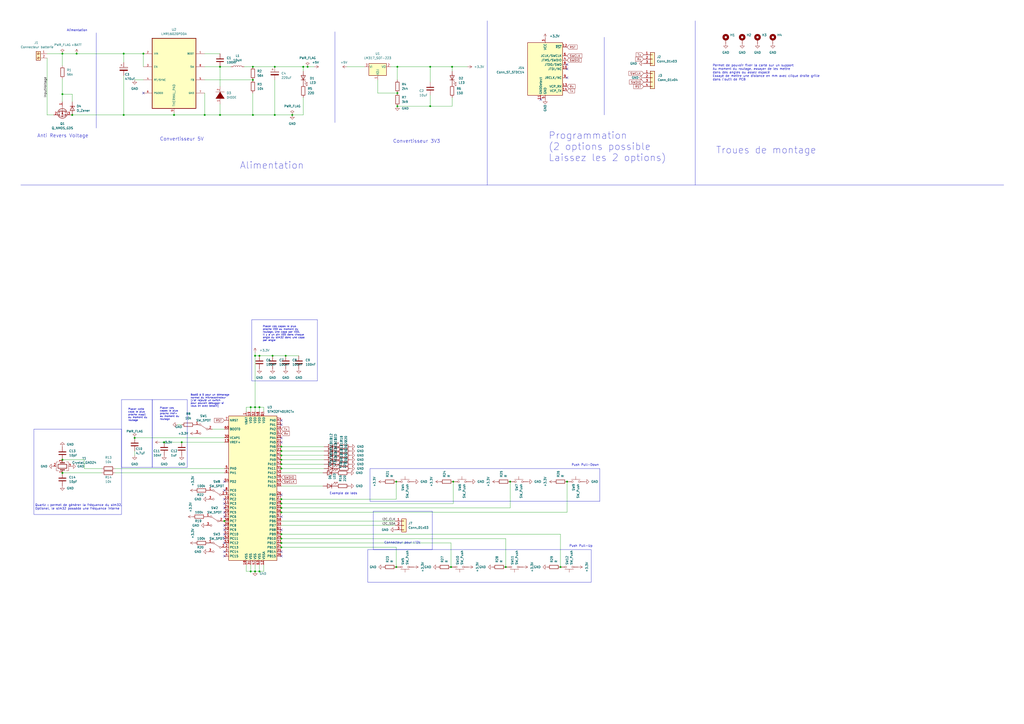
<source format=kicad_sch>
(kicad_sch (version 20230121) (generator eeschema)
  (paper "A2")
  (title_block (title "Carte asservissement") (company "Phelma Robotronik"))
  (lib_symbols
    (symbol "Connector:Conn_ST_STDC14"
      (property "Reference" "J" (at -8.89 16.51 0))
      (property "Value" "Conn_ST_STDC14" (at 17.78 16.51 0))
      (symbol "Conn_ST_STDC14_1_1"
        (pin no_connect line (at -10.16 5.08 0) (length 2.54) hide (name "NC") (number "1"))
        (pin output line (at 12.7 0 180) (length 2.54) (name "JTDI/NC") (number "10"))
        (pin passive line (at -2.54 -17.78 90) (length 2.54) (name "GNDDetect") (number "11"))
        (pin open_collector line (at 12.7 12.7 180) (length 2.54) (name "~{RST}") (number "12"))
        (pin output line (at 12.7 -10.16 180) (length 2.54) (name "VCP_RX") (number "13"))
        (pin input line (at 12.7 -12.7 180) (length 2.54) (name "VCP_TX") (number "14"))
        (pin no_connect line (at -10.16 2.54 0) (length 2.54) hide (name "NC") (number "2"))
        (pin power_in line (at 0 17.78 270) (length 2.54) (name "VCC") (number "3"))
        (pin bidirectional line (at 12.7 5.08 180) (length 2.54) (name "JTMS/SWDIO") (number "4"))
        (pin power_in line (at 0 -17.78 90) (length 2.54) (name "GND") (number "5"))
        (pin output line (at 12.7 7.62 180) (length 2.54) (name "JCLK/SWCLK") (number "6"))
        (pin passive line (at 0 -17.78 90) (length 2.54) hide (name "GND") (number "7"))
        (pin input line (at 12.7 2.54 180) (length 2.54) (name "JTDO/SWO") (number "8"))
        (pin input line (at 12.7 -5.08 180) (length 2.54) (name "JRCLK/NC") (number "9"))
      )
    )
    (symbol "Connector:Screw_Terminal_01x02" (pin_names (offset 1.016) hide)
      (property "Reference" "J" (at 0 2.54 0))
      (property "Value" "Screw_Terminal_01x02" (at 0 -5.08 0))
      (symbol "Screw_Terminal_01x02_1_1"
        (pin passive line (at -5.08 0 0) (length 3.81) (name "Pin_1") (number "1"))
        (pin passive line (at -5.08 -2.54 0) (length 3.81) (name "Pin_2") (number "2"))
      )
    )
    (symbol "Connector_Generic:Conn_01x03" (pin_names (offset 1.016) hide)
      (property "Reference" "J" (at 0 5.08 0))
      (property "Value" "Conn_01x03" (at 0 -5.08 0))
      (symbol "Conn_01x03_1_1"
        (pin passive line (at -5.08 2.54 0) (length 3.81) (name "Pin_1") (number "1"))
        (pin passive line (at -5.08 0 0) (length 3.81) (name "Pin_2") (number "2"))
        (pin passive line (at -5.08 -2.54 0) (length 3.81) (name "Pin_3") (number "3"))
      )
    )
    (symbol "Connector_Generic:Conn_01x04" (pin_names (offset 1.016) hide)
      (property "Reference" "J" (at 0 5.08 0))
      (property "Value" "Conn_01x04" (at 0 -7.62 0))
      (symbol "Conn_01x04_1_1"
        (pin passive line (at -5.08 2.54 0) (length 3.81) (name "Pin_1") (number "1"))
        (pin passive line (at -5.08 0 0) (length 3.81) (name "Pin_2") (number "2"))
        (pin passive line (at -5.08 -2.54 0) (length 3.81) (name "Pin_3") (number "3"))
        (pin passive line (at -5.08 -5.08 0) (length 3.81) (name "Pin_4") (number "4"))
      )
    )
    (symbol "Device:C" (pin_numbers hide) (pin_names (offset 0.254))
      (property "Reference" "C" (at 0.635 2.54 0))
      (property "Value" "C" (at 0.635 -2.54 0))
      (symbol "C_1_1"
        (pin passive line (at 0 3.81 270) (length 2.794) (name "~") (number "1"))
        (pin passive line (at 0 -3.81 90) (length 2.794) (name "~") (number "2"))
      )
    )
    (symbol "Device:C_Polarized" (pin_numbers hide) (pin_names (offset 0.254))
      (property "Reference" "C" (at 0.635 2.54 0))
      (property "Value" "C_Polarized" (at 0.635 -2.54 0))
      (symbol "C_Polarized_1_1"
        (pin passive line (at 0 3.81 270) (length 2.794) (name "~") (number "1"))
        (pin passive line (at 0 -3.81 90) (length 2.794) (name "~") (number "2"))
      )
    )
    (symbol "Device:Crystal_GND24" (pin_names (offset 1.016) hide)
      (property "Reference" "Y" (at 3.175 5.08 0))
      (property "Value" "Crystal_GND24" (at 3.175 3.175 0))
      (symbol "Crystal_GND24_1_1"
        (pin passive line (at -3.81 0 0) (length 1.27) (name "1") (number "1"))
        (pin passive line (at 0 5.08 270) (length 1.27) (name "2") (number "2"))
        (pin passive line (at 3.81 0 180) (length 1.27) (name "3") (number "3"))
        (pin passive line (at 0 -5.08 90) (length 1.27) (name "4") (number "4"))
      )
    )
    (symbol "Device:D_Zener" (pin_numbers hide) (pin_names (offset 1.016) hide)
      (property "Reference" "D" (at 0 2.54 0))
      (property "Value" "D_Zener" (at 0 -2.54 0))
      (symbol "D_Zener_1_1"
        (pin passive line (at -3.81 0 0) (length 2.54) (name "K") (number "1"))
        (pin passive line (at 3.81 0 180) (length 2.54) (name "A") (number "2"))
      )
    )
    (symbol "Device:L" (pin_numbers hide) (pin_names (offset 1.016) hide)
      (property "Reference" "L" (at -1.27 0 90))
      (property "Value" "L" (at 1.905 0 90))
      (symbol "L_1_1"
        (pin passive line (at 0 3.81 270) (length 1.27) (name "1") (number "1"))
        (pin passive line (at 0 -3.81 90) (length 1.27) (name "2") (number "2"))
      )
    )
    (symbol "Device:LED" (pin_numbers hide) (pin_names (offset 1.016) hide)
      (property "Reference" "D" (at 0 2.54 0))
      (property "Value" "LED" (at 0 -2.54 0))
      (symbol "LED_1_1"
        (pin passive line (at -3.81 0 0) (length 2.54) (name "K") (number "1"))
        (pin passive line (at 3.81 0 180) (length 2.54) (name "A") (number "2"))
      )
    )
    (symbol "Device:Q_NMOS_GDS" (pin_names (offset 0) hide)
      (property "Reference" "Q" (at 5.08 1.27 0))
      (property "Value" "Q_NMOS_GDS" (at 5.08 -1.27 0))
      (symbol "Q_NMOS_GDS_1_1"
        (pin input line (at -5.08 0 0) (length 2.54) (name "G") (number "1"))
        (pin passive line (at 2.54 5.08 270) (length 2.54) (name "D") (number "2"))
        (pin passive line (at 2.54 -5.08 90) (length 2.54) (name "S") (number "3"))
      )
    )
    (symbol "Device:R" (pin_numbers hide) (pin_names (offset 0))
      (property "Reference" "R" (at 2.032 0 90))
      (property "Value" "R" (at 0 0 90))
      (symbol "R_1_1"
        (pin passive line (at 0 3.81 270) (length 1.27) (name "~") (number "1"))
        (pin passive line (at 0 -3.81 90) (length 1.27) (name "~") (number "2"))
      )
    )
    (symbol "LMR16020PDDA:LMR16020PDDA" (pin_names (offset 1.016))
      (property "Reference" "U4" (at 0 25.4 0))
      (property "Value" "LMR16020PDDA" (at 0 22.86 0))
      (symbol "LMR16020PDDA_0_0"
        (pin bidirectional line (at 17.78 11.43 180) (length 5.08) (name "BOOT") (number "1"))
        (pin input line (at -17.78 11.43 0) (length 5.08) (name "VIN") (number "2"))
        (pin bidirectional line (at -17.78 3.81 0) (length 5.08) (name "EN") (number "3"))
        (pin bidirectional line (at -17.78 -3.81 0) (length 5.08) (name "RT/SYNC") (number "4"))
        (pin bidirectional line (at 17.78 -3.81 180) (length 5.08) (name "FB") (number "5"))
        (pin bidirectional line (at -17.78 -11.43 0) (length 5.08) (name "PGOOD") (number "6"))
        (pin power_in line (at 17.78 -11.43 180) (length 5.08) (name "GND") (number "7"))
        (pin bidirectional line (at 17.78 3.81 180) (length 5.08) (name "SW") (number "8"))
      )
      (symbol "LMR16020PDDA_1_1"
        (pin bidirectional line (at 0 -22.86 90) (length 2.54) (name "THERMAL_PAD") (number "9"))
      )
    )
    (symbol "MCU_ST_STM32F4:STM32F401RCTx"
      (property "Reference" "U" (at -15.24 41.91 0))
      (property "Value" "STM32F401RCTx" (at 7.62 41.91 0))
      (symbol "STM32F401RCTx_1_1"
        (pin power_in line (at -5.08 43.18 270) (length 2.54) (name "VBAT") (number "1"))
        (pin bidirectional line (at -17.78 -7.62 0) (length 2.54) (name "PC2") (number "10"))
        (pin bidirectional line (at -17.78 -10.16 0) (length 2.54) (name "PC3") (number "11"))
        (pin power_in line (at 5.08 -45.72 90) (length 2.54) (name "VSSA") (number "12"))
        (pin power_in line (at -17.78 25.4 0) (length 2.54) (name "VREF+") (number "13"))
        (pin bidirectional line (at 15.24 38.1 180) (length 2.54) (name "PA0") (number "14"))
        (pin bidirectional line (at 15.24 35.56 180) (length 2.54) (name "PA1") (number "15"))
        (pin bidirectional line (at 15.24 33.02 180) (length 2.54) (name "PA2") (number "16"))
        (pin bidirectional line (at 15.24 30.48 180) (length 2.54) (name "PA3") (number "17"))
        (pin power_in line (at -5.08 -45.72 90) (length 2.54) (name "VSS") (number "18"))
        (pin power_in line (at -2.54 43.18 270) (length 2.54) (name "VDD") (number "19"))
        (pin bidirectional line (at -17.78 -35.56 0) (length 2.54) (name "PC13") (number "2"))
        (pin bidirectional line (at 15.24 27.94 180) (length 2.54) (name "PA4") (number "20"))
        (pin bidirectional line (at 15.24 25.4 180) (length 2.54) (name "PA5") (number "21"))
        (pin bidirectional line (at 15.24 22.86 180) (length 2.54) (name "PA6") (number "22"))
        (pin bidirectional line (at 15.24 20.32 180) (length 2.54) (name "PA7") (number "23"))
        (pin bidirectional line (at -17.78 -12.7 0) (length 2.54) (name "PC4") (number "24"))
        (pin bidirectional line (at -17.78 -15.24 0) (length 2.54) (name "PC5") (number "25"))
        (pin bidirectional line (at 15.24 -5.08 180) (length 2.54) (name "PB0") (number "26"))
        (pin bidirectional line (at 15.24 -7.62 180) (length 2.54) (name "PB1") (number "27"))
        (pin bidirectional line (at 15.24 -10.16 180) (length 2.54) (name "PB2") (number "28"))
        (pin bidirectional line (at 15.24 -30.48 180) (length 2.54) (name "PB10") (number "29"))
        (pin bidirectional line (at -17.78 -38.1 0) (length 2.54) (name "PC14") (number "3"))
        (pin power_in line (at -17.78 27.94 0) (length 2.54) (name "VCAP1") (number "30"))
        (pin power_in line (at -2.54 -45.72 90) (length 2.54) (name "VSS") (number "31"))
        (pin power_in line (at 0 43.18 270) (length 2.54) (name "VDD") (number "32"))
        (pin bidirectional line (at 15.24 -33.02 180) (length 2.54) (name "PB12") (number "33"))
        (pin bidirectional line (at 15.24 -35.56 180) (length 2.54) (name "PB13") (number "34"))
        (pin bidirectional line (at 15.24 -38.1 180) (length 2.54) (name "PB14") (number "35"))
        (pin bidirectional line (at 15.24 -40.64 180) (length 2.54) (name "PB15") (number "36"))
        (pin bidirectional line (at -17.78 -17.78 0) (length 2.54) (name "PC6") (number "37"))
        (pin bidirectional line (at -17.78 -20.32 0) (length 2.54) (name "PC7") (number "38"))
        (pin bidirectional line (at -17.78 -22.86 0) (length 2.54) (name "PC8") (number "39"))
        (pin bidirectional line (at -17.78 -40.64 0) (length 2.54) (name "PC15") (number "4"))
        (pin bidirectional line (at -17.78 -25.4 0) (length 2.54) (name "PC9") (number "40"))
        (pin bidirectional line (at 15.24 17.78 180) (length 2.54) (name "PA8") (number "41"))
        (pin bidirectional line (at 15.24 15.24 180) (length 2.54) (name "PA9") (number "42"))
        (pin bidirectional line (at 15.24 12.7 180) (length 2.54) (name "PA10") (number "43"))
        (pin bidirectional line (at 15.24 10.16 180) (length 2.54) (name "PA11") (number "44"))
        (pin bidirectional line (at 15.24 7.62 180) (length 2.54) (name "PA12") (number "45"))
        (pin bidirectional line (at 15.24 5.08 180) (length 2.54) (name "PA13") (number "46"))
        (pin power_in line (at 0 -45.72 90) (length 2.54) (name "VSS") (number "47"))
        (pin power_in line (at 2.54 43.18 270) (length 2.54) (name "VDD") (number "48"))
        (pin bidirectional line (at 15.24 2.54 180) (length 2.54) (name "PA14") (number "49"))
        (pin input line (at -17.78 10.16 0) (length 2.54) (name "PH0") (number "5"))
        (pin bidirectional line (at 15.24 0 180) (length 2.54) (name "PA15") (number "50"))
        (pin bidirectional line (at -17.78 -27.94 0) (length 2.54) (name "PC10") (number "51"))
        (pin bidirectional line (at -17.78 -30.48 0) (length 2.54) (name "PC11") (number "52"))
        (pin bidirectional line (at -17.78 -33.02 0) (length 2.54) (name "PC12") (number "53"))
        (pin bidirectional line (at -17.78 2.54 0) (length 2.54) (name "PD2") (number "54"))
        (pin bidirectional line (at 15.24 -12.7 180) (length 2.54) (name "PB3") (number "55"))
        (pin bidirectional line (at 15.24 -15.24 180) (length 2.54) (name "PB4") (number "56"))
        (pin bidirectional line (at 15.24 -17.78 180) (length 2.54) (name "PB5") (number "57"))
        (pin bidirectional line (at 15.24 -20.32 180) (length 2.54) (name "PB6") (number "58"))
        (pin bidirectional line (at 15.24 -22.86 180) (length 2.54) (name "PB7") (number "59"))
        (pin input line (at -17.78 7.62 0) (length 2.54) (name "PH1") (number "6"))
        (pin input line (at -17.78 33.02 0) (length 2.54) (name "BOOT0") (number "60"))
        (pin bidirectional line (at 15.24 -25.4 180) (length 2.54) (name "PB8") (number "61"))
        (pin bidirectional line (at 15.24 -27.94 180) (length 2.54) (name "PB9") (number "62"))
        (pin power_in line (at 2.54 -45.72 90) (length 2.54) (name "VSS") (number "63"))
        (pin power_in line (at 5.08 43.18 270) (length 2.54) (name "VDD") (number "64"))
        (pin input line (at -17.78 38.1 0) (length 2.54) (name "NRST") (number "7"))
        (pin bidirectional line (at -17.78 -2.54 0) (length 2.54) (name "PC0") (number "8"))
        (pin bidirectional line (at -17.78 -5.08 0) (length 2.54) (name "PC1") (number "9"))
      )
    )
    (symbol "Mechanical:MountingHole_Pad" (pin_numbers hide) (pin_names (offset 1.016) hide)
      (property "Reference" "H" (at 0 6.35 0))
      (property "Value" "MountingHole_Pad" (at 0 4.445 0))
      (symbol "MountingHole_Pad_1_1"
        (pin input line (at 0 -2.54 90) (length 2.54) (name "1") (number "1"))
      )
    )
    (symbol "Regulator_Linear:LM317_SOT-223" (pin_names (offset 0.254))
      (property "Reference" "U" (at -3.81 3.175 0))
      (property "Value" "LM317_SOT-223" (at 0 3.175 0))
      (symbol "LM317_SOT-223_1_1"
        (pin input line (at 0 -7.62 90) (length 2.54) (name "ADJ") (number "1"))
        (pin power_out line (at 7.62 0 180) (length 2.54) (name "VO") (number "2"))
        (pin power_in line (at -7.62 0 0) (length 2.54) (name "VI") (number "3"))
      )
    )
    (symbol "Switch:SW_Push" (pin_numbers hide) (pin_names (offset 1.016) hide)
      (property "Reference" "SW" (at 1.27 2.54 0))
      (property "Value" "SW_Push" (at 0 -1.524 0))
      (symbol "SW_Push_0_1"
        (pin passive line (at -5.08 0 0) (length 2.54) (name "1") (number "1"))
        (pin passive line (at 5.08 0 180) (length 2.54) (name "2") (number "2"))
      )
    )
    (symbol "Switch:SW_SPDT" (pin_names (offset 0) hide)
      (property "Reference" "SW" (at 0 4.318 0))
      (property "Value" "SW_SPDT" (at 0 -5.08 0))
      (symbol "SW_SPDT_1_1"
        (pin passive line (at 5.08 2.54 180) (length 2.54) (name "A") (number "1"))
        (pin passive line (at -5.08 0 0) (length 2.54) (name "B") (number "2"))
        (pin passive line (at 5.08 -2.54 180) (length 2.54) (name "C") (number "3"))
      )
    )
    (symbol "power:+3.3V" (power) (pin_names (offset 0))
      (property "Value" "+3.3V" (at 0 3.556 0))
      (symbol "+3.3V_1_1"
        (pin power_in line (at 0 0 90) (length 0) hide (name "+3.3V") (number "1"))
      )
    )
    (symbol "power:+5V" (power) (pin_names (offset 0))
      (property "Value" "+5V" (at 0 3.556 0))
      (symbol "+5V_1_1"
        (pin power_in line (at 0 0 90) (length 0) hide (name "+5V") (number "1"))
      )
    )
    (symbol "power:+BATT" (power) (pin_names (offset 0))
      (property "Value" "+BATT" (at 0 3.556 0))
      (symbol "+BATT_1_1"
        (pin power_in line (at 0 0 90) (length 0) hide (name "+BATT") (number "1"))
      )
    )
    (symbol "power:GND" (power) (pin_names (offset 0))
      (property "Value" "GND" (at 0 -3.81 0))
      (symbol "GND_1_1"
        (pin power_in line (at 0 0 270) (length 0) hide (name "GND") (number "1"))
      )
    )
    (symbol "power:PWR_FLAG" (power) (pin_numbers hide) (pin_names (offset 0) hide)
      (property "Value" "PWR_FLAG" (at 0 3.81 0))
      (symbol "PWR_FLAG_0_0"
        (pin power_out line (at 0 0 90) (length 0) (name "pwr") (number "1"))
      )
    )
    (symbol "pspice:DIODE" (pin_names (offset 1.016) hide)
      (property "Reference" "D" (at 0 3.81 0))
      (property "Value" "DIODE" (at 0 -4.445 0))
      (symbol "DIODE_1_1"
        (pin input line (at -5.08 0 0) (length 3.81) (name "K") (number "1"))
        (pin input line (at 5.08 0 180) (length 3.81) (name "A") (number "2"))
      )
    )
  )
  (junction (at 146.685 38.735))
  (junction (at 163.195 289.56))
  (junction (at 71.755 66.675))
  (junction (at 249.555 38.735))
  (junction (at 150.495 206.375))
  (junction (at 230.505 61.595))
  (junction (at 127.635 38.735))
  (junction (at 163.195 261.62))
  (junction (at 163.195 271.78))
  (junction (at 229.87 328.93))
  (junction (at 147.955 206.375))
  (junction (at 127.635 66.675))
  (junction (at 163.195 269.24))
  (junction (at 229.87 279.4))
  (junction (at 262.255 38.735))
  (junction (at 165.735 206.375))
  (junction (at 159.385 66.675))
  (junction (at 163.195 292.1))
  (junction (at 163.195 264.16))
  (junction (at 78.105 254))
  (junction (at 178.435 38.735))
  (junction (at 163.195 309.88))
  (junction (at 36.195 31.115))
  (junction (at 145.415 331.47))
  (junction (at 175.895 38.735))
  (junction (at 163.195 317.5))
  (junction (at 230.505 38.735))
  (junction (at 328.93 279.4))
  (junction (at 163.195 259.08))
  (junction (at 261.62 328.93))
  (junction (at 169.545 66.675))
  (junction (at 95.25 256.54))
  (junction (at 163.195 312.42))
  (junction (at 105.41 256.54))
  (junction (at 230.505 53.975))
  (junction (at 146.685 66.675))
  (junction (at 163.195 314.96))
  (junction (at 163.195 297.18))
  (junction (at 146.685 46.355))
  (junction (at 71.755 31.115))
  (junction (at 83.185 31.115))
  (junction (at 158.115 206.375))
  (junction (at 118.745 66.675))
  (junction (at 262.89 279.4))
  (junction (at 100.965 66.675))
  (junction (at 147.955 331.47))
  (junction (at 41.91 66.675))
  (junction (at 293.37 328.93))
  (junction (at 249.555 61.595))
  (junction (at 163.195 294.64))
  (junction (at 147.955 236.22))
  (junction (at 36.195 274.32))
  (junction (at 150.495 331.47))
  (junction (at 163.195 266.7))
  (junction (at 130.175 302.26))
  (junction (at 159.385 38.735))
  (junction (at 325.12 328.93))
  (junction (at 36.195 266.7))
  (junction (at 150.495 236.22))
  (junction (at 36.195 54.61))
  (junction (at 295.91 279.4))
  (junction (at 145.415 236.22))
  (junction (at 44.45 31.115))
  (no_connect (at 163.195 243.84))
  (no_connect (at 130.175 320.04))
  (no_connect (at 328.93 40.005))
  (no_connect (at 130.175 314.96))
  (no_connect (at 163.195 320.04))
  (no_connect (at 130.175 307.34))
  (no_connect (at 130.175 299.72))
  (no_connect (at 130.175 304.8))
  (no_connect (at 130.175 292.1))
  (no_connect (at 130.175 309.88))
  (no_connect (at 163.195 322.58))
  (no_connect (at 130.175 322.58))
  (no_connect (at 130.175 294.64))
  (no_connect (at 328.93 37.465))
  (no_connect (at 83.185 53.975))
  (no_connect (at 163.195 287.02))
  (no_connect (at 130.175 297.18))
  (no_connect (at 130.175 312.42))
  (no_connect (at 163.195 299.72))
  (no_connect (at 130.175 279.4))
  (no_connect (at 130.175 284.48))
  (no_connect (at 163.195 246.38))
  (no_connect (at 130.175 289.56))
  (no_connect (at 163.195 254))
  (no_connect (at 328.93 45.085))
  (no_connect (at 163.195 256.54))
  (no_connect (at 163.195 307.34))
  (no_connect (at 313.69 57.785))
  (wire (pts (xy 71.755 43.815) (xy 71.755 66.675)))
  (wire (pts (xy 130.175 287.02) (xy 130.81 287.02)))
  (wire (pts (xy 48.895 271.78) (xy 59.055 271.78)))
  (wire (pts (xy 41.91 66.675) (xy 71.755 66.675)))
  (wire (pts (xy 162.56 312.42) (xy 163.195 312.42)))
  (wire (pts (xy 162.56 266.7) (xy 163.195 266.7)))
  (polyline (pts (xy 194.31 71.12) (xy 194.31 18.415)))
  (wire (pts (xy 175.895 66.675) (xy 175.895 56.515)))
  (wire (pts (xy 41.275 66.675) (xy 41.91 66.675)))
  (wire (pts (xy 83.185 31.115) (xy 83.185 38.735)))
  (wire (pts (xy 163.195 261.62) (xy 187.96 261.62)))
  (wire (pts (xy 162.56 297.18) (xy 163.195 297.18)))
  (wire (pts (xy 78.105 254) (xy 130.175 254)))
  (wire (pts (xy 262.255 56.515) (xy 262.255 61.595)))
  (wire (pts (xy 36.195 54.61) (xy 36.195 59.055)))
  (wire (pts (xy 71.755 31.115) (xy 83.185 31.115)))
  (wire (pts (xy 146.685 66.675) (xy 159.385 66.675)))
  (wire (pts (xy 226.695 38.735) (xy 230.505 38.735)))
  (wire (pts (xy 145.415 236.22) (xy 147.955 236.22)))
  (wire (pts (xy 145.415 238.76) (xy 145.415 236.22)))
  (wire (pts (xy 178.435 38.735) (xy 182.245 38.735)))
  (polyline (pts (xy 282.575 12.065) (xy 282.575 107.315)))
  (wire (pts (xy 105.41 256.54) (xy 130.175 256.54)))
  (wire (pts (xy 230.505 38.735) (xy 230.505 46.355)))
  (wire (pts (xy 123.19 248.92) (xy 130.175 248.92)))
  (wire (pts (xy 100.965 66.675) (xy 118.745 66.675)))
  (wire (pts (xy 159.385 46.355) (xy 159.385 66.675)))
  (wire (pts (xy 36.195 31.115) (xy 44.45 31.115)))
  (wire (pts (xy 162.56 261.62) (xy 163.195 261.62)))
  (wire (pts (xy 142.875 236.22) (xy 145.415 236.22)))
  (wire (pts (xy 261.62 314.96) (xy 261.62 328.93)))
  (wire (pts (xy 165.735 206.375) (xy 173.355 206.375)))
  (polyline (pts (xy 55.88 19.05) (xy 55.88 74.295)))
  (wire (pts (xy 146.685 53.975) (xy 146.685 66.675)))
  (wire (pts (xy 162.56 259.08) (xy 163.195 259.08)))
  (wire (pts (xy 27.305 66.675) (xy 31.115 66.675)))
  (wire (pts (xy 150.495 327.66) (xy 150.495 331.47)))
  (wire (pts (xy 295.91 294.64) (xy 295.91 279.4)))
  (wire (pts (xy 92.71 256.54) (xy 95.25 256.54)))
  (wire (pts (xy 163.195 302.26) (xy 229.235 302.26)))
  (wire (pts (xy 142.875 238.76) (xy 142.875 236.22)))
  (wire (pts (xy 147.955 236.22) (xy 147.955 238.76)))
  (wire (pts (xy 147.955 204.47) (xy 147.955 206.375)))
  (wire (pts (xy 142.875 331.47) (xy 145.415 331.47)))
  (wire (pts (xy 95.25 256.54) (xy 105.41 256.54)))
  (wire (pts (xy 127.635 38.735) (xy 133.985 38.735)))
  (wire (pts (xy 145.415 331.47) (xy 147.955 331.47)))
  (wire (pts (xy 159.385 66.675) (xy 169.545 66.675)))
  (wire (pts (xy 118.745 31.115) (xy 127.635 31.115)))
  (wire (pts (xy 249.555 38.735) (xy 249.555 47.625)))
  (wire (pts (xy 262.255 38.735) (xy 271.145 38.735)))
  (wire (pts (xy 118.745 53.975) (xy 118.745 66.675)))
  (polyline (pts (xy 282.575 107.315) (xy 582.295 107.315)))
  (wire (pts (xy 325.12 309.88) (xy 325.12 328.93)))
  (wire (pts (xy 262.255 61.595) (xy 249.555 61.595)))
  (wire (pts (xy 146.685 38.735) (xy 159.385 38.735)))
  (wire (pts (xy 44.45 31.115) (xy 71.755 31.115)))
  (wire (pts (xy 48.895 266.7) (xy 48.895 271.78)))
  (wire (pts (xy 100.965 65.405) (xy 100.965 66.675)))
  (wire (pts (xy 141.605 38.735) (xy 146.685 38.735)))
  (wire (pts (xy 163.195 274.32) (xy 187.325 274.32)))
  (wire (pts (xy 147.955 327.66) (xy 147.955 331.47)))
  (wire (pts (xy 163.195 309.88) (xy 325.12 309.88)))
  (wire (pts (xy 147.955 331.47) (xy 150.495 331.47)))
  (wire (pts (xy 162.56 314.96) (xy 163.195 314.96)))
  (wire (pts (xy 162.56 317.5) (xy 163.195 317.5)))
  (wire (pts (xy 27.305 33.655) (xy 27.305 66.675)))
  (wire (pts (xy 153.035 238.76) (xy 153.035 236.22)))
  (wire (pts (xy 163.195 304.8) (xy 229.235 304.8)))
  (wire (pts (xy 159.385 38.735) (xy 175.895 38.735)))
  (wire (pts (xy 163.195 292.1) (xy 262.89 292.1)))
  (wire (pts (xy 328.93 297.18) (xy 328.93 279.4)))
  (wire (pts (xy 163.195 266.7) (xy 187.96 266.7)))
  (wire (pts (xy 162.56 309.88) (xy 163.195 309.88)))
  (wire (pts (xy 163.195 259.08) (xy 187.96 259.08)))
  (wire (pts (xy 162.56 271.78) (xy 163.195 271.78)))
  (wire (pts (xy 59.055 274.32) (xy 36.195 274.32)))
  (wire (pts (xy 130.175 274.32) (xy 66.675 274.32)))
  (wire (pts (xy 293.37 312.42) (xy 293.37 328.93)))
  (wire (pts (xy 163.195 312.42) (xy 293.37 312.42)))
  (wire (pts (xy 147.955 236.22) (xy 150.495 236.22)))
  (wire (pts (xy 162.56 292.1) (xy 163.195 292.1)))
  (wire (pts (xy 78.105 46.355) (xy 83.185 46.355)))
  (wire (pts (xy 150.495 206.375) (xy 158.115 206.375)))
  (wire (pts (xy 219.075 53.975) (xy 230.505 53.975)))
  (wire (pts (xy 163.195 269.24) (xy 187.96 269.24)))
  (wire (pts (xy 163.195 264.16) (xy 187.96 264.16)))
  (wire (pts (xy 102.87 246.38) (xy 105.41 246.38)))
  (wire (pts (xy 163.195 317.5) (xy 229.87 317.5)))
  (wire (pts (xy 162.56 264.16) (xy 163.195 264.16)))
  (wire (pts (xy 71.755 66.675) (xy 100.965 66.675)))
  (wire (pts (xy 118.745 38.735) (xy 127.635 38.735)))
  (wire (pts (xy 145.415 327.66) (xy 145.415 331.47)))
  (wire (pts (xy 163.195 271.78) (xy 187.96 271.78)))
  (wire (pts (xy 158.115 206.375) (xy 165.735 206.375)))
  (wire (pts (xy 36.195 266.7) (xy 48.895 266.7)))
  (wire (pts (xy 163.195 297.18) (xy 328.93 297.18)))
  (polyline (pts (xy 350.52 21.59) (xy 350.52 66.675)))
  (wire (pts (xy 36.195 54.61) (xy 41.91 54.61)))
  (wire (pts (xy 27.305 31.115) (xy 36.195 31.115)))
  (polyline (pts (xy 403.225 12.065) (xy 403.225 107.315)))
  (wire (pts (xy 262.89 292.1) (xy 262.89 279.4)))
  (wire (pts (xy 147.955 206.375) (xy 147.955 236.22)))
  (polyline (pts (xy 282.575 107.315) (xy 12.065 107.315)))
  (wire (pts (xy 118.745 46.355) (xy 146.685 46.355)))
  (wire (pts (xy 129.54 302.26) (xy 130.175 302.26)))
  (wire (pts (xy 130.175 317.5) (xy 130.81 317.5)))
  (wire (pts (xy 147.955 206.375) (xy 150.495 206.375)))
  (wire (pts (xy 163.195 289.56) (xy 229.87 289.56)))
  (wire (pts (xy 150.495 238.76) (xy 150.495 236.22)))
  (wire (pts (xy 162.56 294.64) (xy 163.195 294.64)))
  (wire (pts (xy 229.87 317.5) (xy 229.87 328.93)))
  (wire (pts (xy 130.175 302.26) (xy 130.81 302.26)))
  (wire (pts (xy 150.495 331.47) (xy 153.035 331.47)))
  (wire (pts (xy 127.635 60.325) (xy 127.635 66.675)))
  (wire (pts (xy 162.56 269.24) (xy 163.195 269.24)))
  (wire (pts (xy 163.195 294.64) (xy 295.91 294.64)))
  (wire (pts (xy 153.035 331.47) (xy 153.035 327.66)))
  (wire (pts (xy 66.675 271.78) (xy 130.175 271.78)))
  (wire (pts (xy 249.555 61.595) (xy 230.505 61.595)))
  (wire (pts (xy 249.555 38.735) (xy 262.255 38.735)))
  (wire (pts (xy 163.195 281.94) (xy 187.325 281.94)))
  (wire (pts (xy 163.195 314.96) (xy 261.62 314.96)))
  (wire (pts (xy 229.87 289.56) (xy 229.87 279.4)))
  (wire (pts (xy 230.505 38.735) (xy 249.555 38.735)))
  (wire (pts (xy 127.635 50.165) (xy 127.635 38.735)))
  (wire (pts (xy 219.075 53.975) (xy 219.075 46.355)))
  (wire (pts (xy 201.295 38.735) (xy 211.455 38.735)))
  (wire (pts (xy 175.895 38.735) (xy 175.895 41.275)))
  (wire (pts (xy 262.255 38.735) (xy 262.255 41.275)))
  (wire (pts (xy 78.105 261.62) (xy 78.105 264.16)))
  (wire (pts (xy 118.745 66.675) (xy 127.635 66.675)))
  (wire (pts (xy 71.755 36.195) (xy 71.755 31.115)))
  (wire (pts (xy 36.195 38.1) (xy 36.195 31.115)))
  (wire (pts (xy 249.555 55.245) (xy 249.555 61.595)))
  (wire (pts (xy 36.195 45.72) (xy 36.195 54.61)))
  (wire (pts (xy 153.035 236.22) (xy 150.495 236.22)))
  (wire (pts (xy 127.635 66.675) (xy 146.685 66.675)))
  (wire (pts (xy 142.875 327.66) (xy 142.875 331.47)))
  (wire (pts (xy 169.545 66.675) (xy 175.895 66.675)))
  (wire (pts (xy 162.56 289.56) (xy 163.195 289.56)))
  (wire (pts (xy 175.895 38.735) (xy 178.435 38.735)))
  (wire (pts (xy 41.91 54.61) (xy 41.91 59.055)))
  (rectangle (start 19.685 248.92) (end 70.485 298.45))
  (rectangle (start 213.36 318.77) (end 342.9 337.82))
  (rectangle (start 216.535 296.545) (end 250.825 318.77))
  (rectangle (start 70.485 231.775) (end 88.265 271.145))
  (rectangle (start 88.265 231.775) (end 108.585 271.145))
  (rectangle (start 146.05 185.42) (end 184.15 220.98))
  (rectangle (start 214.63 271.78) (end 347.98 290.83))
  (text "Placer ces\ncapas le plus\nproche Vref+ \nau moment du\nroutage" (at 92.71 243.84 0) (effects (font (size 1 1)) (justify left bottom)))
  (text "Troues de montage\n" (at 415.29 89.535 0) (effects (font (size 4 4)) (justify left bottom)))
  (text "Anti Revers Voltage" (at 21.59 80.01 0) (effects (font (size 2 2)) (justify left bottom)))
  (text "Exemple de leds" (at 191.135 287.02 0) (effects (font (size 1.27 1.27)) (justify left bottom)))
  (text "Placer ces capas le plus\nproche VDD au moment du\nroutage. Une capa par VDD.\nIl y a un pin VDD dans chaque \nangle du stm32 donc une capa \npar angle" (at 152.4 198.12 0) (effects (font (size 1 1)) (justify left bottom)))
  (text "Alimentation " (at 139.065 98.425 0) (effects (font (size 4 4)) (justify left bottom)))
  (text "Push Pull-Up" (at 330.2 317.5 0) (effects (font (size 1.27 1.27)) (justify left bottom)))
  (text "Convertisseur 3V3" (at 227.965 83.185 0) (effects (font (size 2 2)) (justify left bottom)))
  (text "Boot0 à 0 pour un démarage\nnormal du microcontroleur\n[J'ai rajouté un switch \npour pouvoir débugger si\nvous en avez besoin]" (at 110.49 236.22 0) (effects (font (size 1 1)) (justify left bottom)))
  (text "Connecteur pour l'i2c" (at 222.885 315.595 0) (effects (font (size 1.27 1.27)) (justify left bottom)))
  (text "Permet de pouvoir fixer la carte sur un support\nAu moment du routage, essayer de les mettre \ndans des angles ou assez espacé\nEssayé de mettre une distance en mm avec clique droite grille\ndans l'outil de PCB" (at 413.385 46.99 0) (effects (font (size 1.27 1.27)) (justify left bottom)))
  (text "Placer cette\ncapa le plus\nproche vcap1 \nau moment du\nroutage" (at 74.295 244.475 0) (effects (font (size 1 1)) (justify left bottom)))
  (text "Quartz : permet de générer la fréquence du stm32. \nOptionel, le stm32 possède une fréquence interne" (at 20.32 295.91 0) (effects (font (size 1.27 1.27)) (justify left bottom)))
  (text "Programmation \n(2 options possible \nLaissez les 2 options)" (at 318.135 93.98 0) (effects (font (size 4 4)) (justify left bottom)))
  (text "Convertisseur 5V" (at 92.71 81.915 0) (effects (font (size 2 2)) (justify left bottom)))
  (text "Push Pull-Down" (at 331.47 270.51 0) (effects (font (size 1.27 1.27)) (justify left bottom)))
  (text "Alimentation " (at 38.735 18.415 0) (effects (font (size 1.27 1.27)) (justify left bottom)))
  (label "I2C_SDA" (at 221.615 304.8 0))
  (label "I2C_CLK" (at 221.615 302.26 0))
  (label "InputVoltage" (at 27.305 56.515 90))
  (global_label "SWDIO" (shape input) (at 328.93 34.925 0) (property "Intersheetrefs" "${INTERSHEET_REFS}" (effects hide)))
  (global_label "RST" (shape input) (at 373.38 50.165 180) (property "Intersheetrefs" "${INTERSHEET_REFS}" (effects hide)))
  (global_label "SWCLK" (shape input) (at 163.195 279.4 0) (property "Intersheetrefs" "${INTERSHEET_REFS}" (effects hide)))
  (global_label "Tx" (shape input) (at 163.195 248.92 0) (property "Intersheetrefs" "${INTERSHEET_REFS}" (effects hide)))
  (global_label "Tx" (shape input) (at 373.38 31.75 180) (property "Intersheetrefs" "${INTERSHEET_REFS}" (effects hide)))
  (global_label "SWCLK" (shape input) (at 328.93 32.385 0) (property "Intersheetrefs" "${INTERSHEET_REFS}" (effects hide)))
  (global_label "Rx" (shape input) (at 328.93 50.165 0) (property "Intersheetrefs" "${INTERSHEET_REFS}" (effects hide)))
  (global_label "SWDIO" (shape input) (at 163.195 276.86 0) (property "Intersheetrefs" "${INTERSHEET_REFS}" (effects hide)))
  (global_label "RST" (shape input) (at 328.93 27.305 0) (property "Intersheetrefs" "${INTERSHEET_REFS}" (effects hide)))
  (global_label "SWDIO" (shape input) (at 373.38 47.625 180) (property "Intersheetrefs" "${INTERSHEET_REFS}" (effects hide)))
  (global_label "SWCLK" (shape input) (at 373.38 42.545 180) (property "Intersheetrefs" "${INTERSHEET_REFS}" (effects hide)))
  (global_label "RST" (shape input) (at 130.175 243.84 180) (property "Intersheetrefs" "${INTERSHEET_REFS}" (effects hide)))
  (global_label "Tx" (shape input) (at 328.93 52.705 0) (property "Intersheetrefs" "${INTERSHEET_REFS}" (effects hide)))
  (global_label "Rx" (shape input) (at 163.195 251.46 0) (property "Intersheetrefs" "${INTERSHEET_REFS}" (effects hide)))
  (global_label "Rx" (shape input) (at 373.38 34.29 180) (property "Intersheetrefs" "${INTERSHEET_REFS}" (effects hide)))
  (symbol (lib_id "power:+3.3V") (at 147.955 204.47 0) (unit 1)
    (property "Reference" "#PWR08" (effects hide))
    (property "Value" "+3.3V" (at 150.495 203.1999 0) (effects (justify left)))
  )
  (symbol (lib_id "Connector_Generic:Conn_01x03") (at 234.315 304.8 0) (unit 1)
    (property "Reference" "J7" (at 236.855 303.5299 0) (effects (justify left)))
    (property "Value" "Conn_01x03" (at 236.855 306.0699 0) (effects (justify left)))
    (property "Footprint" "Connector_JST:JST_XH_B3B-XH-A_1x03_P2.50mm_Vertical" (effects hide))
  )
  (symbol (lib_id "Device:C") (at 249.555 51.435 0) (unit 1)
    (property "Reference" "C2" (at 243.205 52.705 0) (effects (justify left)))
    (property "Value" "10uF" (at 243.205 55.245 0) (effects (justify left)))
    (property "Footprint" "Capacitor_SMD:C_0805_2012Metric_Pad1.18x1.45mm_HandSolder" (effects hide))
  )
  (symbol (lib_id "power:GND") (at 165.735 213.995 0) (unit 1)
    (property "Reference" "#PWR011" (effects hide))
    (property "Value" "GND" (at 165.735 219.075 0))
  )
  (symbol (lib_id "power:GND") (at 202.565 281.94 90) (unit 1)
    (property "Reference" "#PWR029" (effects hide))
    (property "Value" "GND" (at 206.375 281.9399 90) (effects (justify right)))
  )
  (symbol (lib_id "Device:R") (at 115.57 299.72 90) (unit 1)
    (property "Reference" "R19" (at 113.03 302.26 90) (effects (justify right)))
    (property "Value" "100k" (at 113.03 297.18 90) (effects (justify right)))
  )
  (symbol (lib_id "Device:R") (at 62.865 271.78 90) (unit 1)
    (property "Reference" "R13" (at 62.865 265.43 90))
    (property "Value" "10k" (at 62.865 267.97 90))
    (property "Footprint" "Resistor_SMD:R_0805_2012Metric_Pad1.20x1.40mm_HandSolder" (effects hide))
  )
  (symbol (lib_id "Device:R") (at 198.755 281.94 90) (unit 1)
    (property "Reference" "R16" (at 197.4849 279.4 0) (effects (justify left)))
    (property "Value" "220" (at 200.0249 279.4 0) (effects (justify left)))
    (property "Footprint" "Resistor_SMD:R_0805_2012Metric_Pad1.20x1.40mm_HandSolder" (effects hide))
  )
  (symbol (lib_id "power:+3.3V") (at 92.71 256.54 90) (unit 1)
    (property "Reference" "#PWR018" (effects hide))
    (property "Value" "+3.3V" (at 93.98 256.5399 90) (effects (justify right)))
  )
  (symbol (lib_id "Device:R") (at 226.06 328.93 90) (unit 1)
    (property "Reference" "R23" (at 224.79 326.39 0) (effects (justify left)))
    (property "Value" "R" (at 227.33 326.39 0) (effects (justify left)))
  )
  (symbol (lib_id "power:GND") (at 439.42 25.4 0) (unit 1)
    (property "Reference" "#PWR027" (effects hide))
    (property "Value" "GND" (at 439.42 30.48 0))
  )
  (symbol (lib_id "power:GND") (at 229.235 307.34 270) (unit 1)
    (property "Reference" "#PWR033" (effects hide))
    (property "Value" "GND" (at 225.425 307.3399 90) (effects (justify right)))
  )
  (symbol (lib_id "power:GND") (at 254 328.93 270) (unit 1)
    (property "Reference" "#PWR057" (effects hide))
    (property "Value" "GND" (at 250.19 328.93 90) (effects (justify right)))
  )
  (symbol (lib_id "power:PWR_FLAG") (at 36.195 31.115 0) (unit 1)
    (property "Reference" "#FLG01" (effects hide))
    (property "Value" "PWR_FLAG" (at 36.195 26.035 0))
  )
  (symbol (lib_id "Device:C") (at 105.41 260.35 0) (unit 1)
    (property "Reference" "C12" (at 99.06 261.62 0) (effects (justify left)))
    (property "Value" "1uF" (at 99.06 264.16 0) (effects (justify left)))
    (property "Footprint" "Capacitor_SMD:C_0805_2012Metric_Pad1.18x1.45mm_HandSolder" (effects hide))
  )
  (symbol (lib_id "power:GND") (at 105.41 264.16 0) (unit 1)
    (property "Reference" "#PWR021" (effects hide))
    (property "Value" "GND" (at 105.41 269.24 0))
  )
  (symbol (lib_id "Device:C") (at 165.735 210.185 0) (unit 1)
    (property "Reference" "C8" (at 169.545 208.9149 0) (effects (justify left)))
    (property "Value" "100nF" (at 169.545 211.4549 0) (effects (justify left)))
    (property "Footprint" "Capacitor_SMD:C_0805_2012Metric_Pad1.18x1.45mm_HandSolder" (effects hide))
  )
  (symbol (lib_id "power:+3.3V") (at 113.03 314.96 90) (unit 1)
    (property "Reference" "#PWR042" (effects hide))
    (property "Value" "+3.3V" (at 111.7599 312.42 0) (effects (justify left)))
  )
  (symbol (lib_id "power:GND") (at 203.2 264.16 90) (unit 1)
    (property "Reference" "#PWR036" (effects hide))
    (property "Value" "GND" (at 207.01 264.1599 90) (effects (justify right)))
  )
  (symbol (lib_id "power:GND") (at 373.38 45.085 270) (unit 1)
    (property "Reference" "#PWR014" (effects hide))
    (property "Value" "GND" (at 366.395 45.085 90) (effects (justify left)))
  )
  (symbol (lib_id "power:GND") (at 78.105 264.16 0) (unit 1)
    (property "Reference" "#PWR023" (effects hide))
    (property "Value" "GND" (at 78.105 269.24 0))
  )
  (symbol (lib_id "Mechanical:MountingHole_Pad") (at 448.31 22.86 0) (unit 1)
    (property "Reference" "H4" (at 450.85 20.3199 0) (effects (justify left)))
    (property "Value" "MountingHole_Pad" (effects hide))
    (property "Footprint" "MountingHole:MountingHole_3.2mm_M3_Pad_Via" (effects hide))
  )
  (symbol (lib_id "Switch:SW_SPDT") (at 125.73 317.5 0) (mirror y) (unit 1)
    (property "Reference" "SW3" (at 125.73 309.88 0))
    (property "Value" "SW_SPDT" (at 125.73 312.42 0))
  )
  (symbol (lib_id "Device:LED") (at 191.135 281.94 180) (unit 1)
    (property "Reference" "D6" (at 191.4524 278.13 90) (effects (justify right)))
    (property "Value" "LED" (at 193.9924 278.13 90) (effects (justify right)))
    (property "Footprint" "LED_SMD:LED_0805_2012Metric_Pad1.15x1.40mm_HandSolder" (effects hide))
  )
  (symbol (lib_id "Device:L") (at 137.795 38.735 90) (unit 1)
    (property "Reference" "L1" (at 137.795 32.385 90))
    (property "Value" "10uH" (at 137.795 34.925 90))
    (property "Footprint" "IHLP2525CZER100M01:IND_IHLP_2525_CZ-M" (effects hide))
  )
  (symbol (lib_id "power:GND") (at 448.31 25.4 0) (unit 1)
    (property "Reference" "#PWR030" (effects hide))
    (property "Value" "GND" (at 448.31 30.48 0))
  )
  (symbol (lib_id "Device:R") (at 36.195 41.91 0) (unit 1)
    (property "Reference" "R1" (at 38.735 40.6399 0) (effects (justify left)))
    (property "Value" "56k" (at 38.735 43.1799 0) (effects (justify left)))
    (property "Footprint" "Resistor_SMD:R_0805_2012Metric_Pad1.20x1.40mm_HandSolder" (effects hide))
  )
  (symbol (lib_id "Device:R") (at 62.865 274.32 90) (unit 1)
    (property "Reference" "R14" (at 62.865 276.86 90))
    (property "Value" "10k" (at 62.865 279.4 90))
    (property "Footprint" "Resistor_SMD:R_0805_2012Metric_Pad1.20x1.40mm_HandSolder" (effects hide))
  )
  (symbol (lib_id "power:GND") (at 203.2 269.24 90) (unit 1)
    (property "Reference" "#PWR034" (effects hide))
    (property "Value" "GND" (at 207.01 269.2399 90) (effects (justify right)))
  )
  (symbol (lib_id "Device:LED") (at 191.77 269.24 180) (unit 1)
    (property "Reference" "D8" (at 192.0874 265.43 90) (effects (justify right)))
    (property "Value" "LED" (at 194.6274 265.43 90) (effects (justify right)))
    (property "Footprint" "LED_SMD:LED_0805_2012Metric_Pad1.15x1.40mm_HandSolder" (effects hide))
  )
  (symbol (lib_id "Device:C") (at 150.495 210.185 0) (unit 1)
    (property "Reference" "C6" (at 154.305 208.9149 0) (effects (justify left)))
    (property "Value" "100nF" (at 154.305 211.4549 0) (effects (justify left)))
    (property "Footprint" "Capacitor_SMD:C_0805_2012Metric_Pad1.18x1.45mm_HandSolder" (effects hide))
  )
  (symbol (lib_id "Device:C") (at 127.635 34.925 0) (unit 1)
    (property "Reference" "C1" (at 131.445 33.6549 0) (effects (justify left)))
    (property "Value" "100nF" (at 131.445 36.1949 0) (effects (justify left)))
    (property "Footprint" "Capacitor_SMD:C_0805_2012Metric_Pad1.18x1.45mm_HandSolder" (effects hide))
  )
  (symbol (lib_id "Device:R") (at 199.39 261.62 90) (unit 1)
    (property "Reference" "R17" (at 198.1199 259.08 0) (effects (justify left)))
    (property "Value" "220" (at 200.6599 259.08 0) (effects (justify left)))
    (property "Footprint" "Resistor_SMD:R_0805_2012Metric_Pad1.20x1.40mm_HandSolder" (effects hide))
  )
  (symbol (lib_id "power:+3.3V") (at 316.23 22.225 0) (unit 1)
    (property "Reference" "#PWR043" (effects hide))
    (property "Value" "+3.3V" (at 318.77 20.9549 0) (effects (justify left)))
  )
  (symbol (lib_id "Device:Crystal_GND24") (at 36.195 270.51 90) (unit 1)
    (property "Reference" "Y1" (at 48.895 265.811 90))
    (property "Value" "Crystal_GND24" (at 48.895 268.351 90))
    (property "Footprint" "Crystal:Crystal_SMD_2520-4Pin_2.5x2.0mm" (effects hide))
  )
  (symbol (lib_id "Device:LED") (at 191.77 259.08 180) (unit 1)
    (property "Reference" "D12" (at 192.0874 255.27 90) (effects (justify right)))
    (property "Value" "LED" (at 194.6274 255.27 90) (effects (justify right)))
    (property "Footprint" "LED_SMD:LED_0805_2012Metric_Pad1.15x1.40mm_HandSolder" (effects hide))
  )
  (symbol (lib_id "power:+3.3V") (at 240.03 328.93 270) (unit 1)
    (property "Reference" "#PWR049" (effects hide))
    (property "Value" "+3.3V" (at 245.11 328.93 0))
  )
  (symbol (lib_id "Device:D_Zener") (at 41.91 62.865 270) (unit 1)
    (property "Reference" "D4" (at 44.45 61.5949 90) (effects (justify left)))
    (property "Value" "D_Zener" (at 44.45 64.1349 90) (effects (justify left)))
    (property "Footprint" "Diode_SMD:D_SOD-123" (effects hide))
  )
  (symbol (lib_id "power:+3.3V") (at 113.03 251.46 90) (unit 1)
    (property "Reference" "#PWR032" (effects hide))
    (property "Value" "+3.3V" (at 109.22 251.46 90) (effects (justify left)))
  )
  (symbol (lib_id "power:GND") (at 285.75 328.93 270) (unit 1)
    (property "Reference" "#PWR059" (effects hide))
    (property "Value" "GND" (at 281.94 328.93 90) (effects (justify right)))
  )
  (symbol (lib_id "Device:R") (at 199.39 266.7 90) (unit 1)
    (property "Reference" "R11" (at 198.1199 264.16 0) (effects (justify left)))
    (property "Value" "220" (at 200.6599 264.16 0) (effects (justify left)))
    (property "Footprint" "Resistor_SMD:R_0805_2012Metric_Pad1.20x1.40mm_HandSolder" (effects hide))
  )
  (symbol (lib_id "power:GND") (at 120.65 320.04 270) (unit 1)
    (property "Reference" "#PWR044" (effects hide))
    (property "Value" "GND" (at 116.84 320.04 90) (effects (justify right)))
  )
  (symbol (lib_id "power:GND") (at 421.005 25.4 0) (unit 1)
    (property "Reference" "#PWR016" (effects hide))
    (property "Value" "GND" (at 421.005 30.48 0))
  )
  (symbol (lib_id "power:GND") (at 95.25 264.16 0) (unit 1)
    (property "Reference" "#PWR020" (effects hide))
    (property "Value" "GND" (at 95.25 269.24 0))
  )
  (symbol (lib_id "Device:R") (at 199.39 264.16 90) (unit 1)
    (property "Reference" "R12" (at 198.1199 261.62 0) (effects (justify left)))
    (property "Value" "220" (at 200.6599 261.62 0) (effects (justify left)))
    (property "Footprint" "Resistor_SMD:R_0805_2012Metric_Pad1.20x1.40mm_HandSolder" (effects hide))
  )
  (symbol (lib_id "Device:R") (at 226.06 279.4 90) (unit 1)
    (property "Reference" "R21" (at 224.79 276.86 0) (effects (justify left)))
    (property "Value" "R" (at 227.33 276.86 0) (effects (justify left)))
  )
  (symbol (lib_id "Device:LED") (at 191.135 274.32 180) (unit 1)
    (property "Reference" "D5" (at 191.4524 270.51 90) (effects (justify right)))
    (property "Value" "LED" (at 193.9924 270.51 90) (effects (justify right)))
    (property "Footprint" "LED_SMD:LED_0805_2012Metric_Pad1.15x1.40mm_HandSolder" (effects hide))
  )
  (symbol (lib_id "Device:Q_NMOS_GDS") (at 36.195 64.135 90) (mirror x) (unit 1)
    (property "Reference" "Q1" (at 36.195 71.755 90))
    (property "Value" "Q_NMOS_GDS" (at 36.195 74.295 90))
    (property "Footprint" "Package_TO_SOT_SMD:TO-252-2" (effects hide))
  )
  (symbol (lib_id "Switch:SW_Push") (at 267.97 279.4 0) (mirror y) (unit 1)
    (property "Reference" "SW6" (at 266.7 280.67 90) (effects (justify right)))
    (property "Value" "SW_Push" (at 269.24 280.67 90) (effects (justify right)))
  )
  (symbol (lib_id "power:PWR_FLAG") (at 169.545 66.675 0) (unit 1)
    (property "Reference" "#FLG03" (effects hide))
    (property "Value" "PWR_FLAG" (at 169.545 61.595 0))
  )
  (symbol (lib_id "Device:R") (at 116.84 314.96 90) (unit 1)
    (property "Reference" "R20" (at 114.3 317.5 90) (effects (justify right)))
    (property "Value" "100k" (at 114.3 312.42 90) (effects (justify right)))
  )
  (symbol (lib_id "power:GND") (at 430.53 25.4 0) (unit 1)
    (property "Reference" "#PWR022" (effects hide))
    (property "Value" "GND" (at 430.53 30.48 0))
  )
  (symbol (lib_id "Device:C") (at 173.355 210.185 0) (unit 1)
    (property "Reference" "C9" (at 177.165 208.9149 0) (effects (justify left)))
    (property "Value" "100nF" (at 177.165 211.4549 0) (effects (justify left)))
    (property "Footprint" "Capacitor_SMD:C_0805_2012Metric_Pad1.18x1.45mm_HandSolder" (effects hide))
  )
  (symbol (lib_id "power:GND") (at 273.05 279.4 90) (unit 1)
    (property "Reference" "#PWR052" (effects hide))
    (property "Value" "GND" (at 276.86 279.4 90) (effects (justify right)))
  )
  (symbol (lib_id "Regulator_Linear:LM317_SOT-223") (at 219.075 38.735 0) (unit 1)
    (property "Reference" "U1" (at 219.075 31.115 0))
    (property "Value" "LM317_SOT-223" (at 219.075 33.655 0))
    (property "Footprint" "Package_TO_SOT_SMD:SOT-223-3_TabPin2" (effects hide))
    (property "Datasheet" "http://www.ti.com/lit/ds/symlink/lm317.pdf" (effects hide))
  )
  (symbol (lib_id "power:GND") (at 119.38 304.8 270) (unit 1)
    (property "Reference" "#PWR041" (effects hide))
    (property "Value" "GND" (at 115.57 304.8 90) (effects (justify right)))
  )
  (symbol (lib_id "Switch:SW_SPDT") (at 125.73 287.02 0) (mirror y) (unit 1)
    (property "Reference" "SW8" (at 125.73 279.4 0))
    (property "Value" "SW_SPDT" (at 125.73 281.94 0))
  )
  (symbol (lib_id "Device:R") (at 146.685 42.545 0) (unit 1)
    (property "Reference" "R2" (at 149.225 41.2749 0) (effects (justify left)))
    (property "Value" "56k" (at 149.225 43.8149 0) (effects (justify left)))
    (property "Footprint" "Resistor_SMD:R_0805_2012Metric_Pad1.20x1.40mm_HandSolder" (effects hide))
  )
  (symbol (lib_id "Device:LED") (at 191.77 264.16 180) (unit 1)
    (property "Reference" "D10" (at 192.0874 260.35 90) (effects (justify right)))
    (property "Value" "LED" (at 194.6274 260.35 90) (effects (justify right)))
    (property "Footprint" "LED_SMD:LED_0805_2012Metric_Pad1.15x1.40mm_HandSolder" (effects hide))
  )
  (symbol (lib_id "power:GND") (at 306.07 279.4 90) (unit 1)
    (property "Reference" "#PWR054" (effects hide))
    (property "Value" "GND" (at 309.88 279.4 90) (effects (justify right)))
  )
  (symbol (lib_id "power:GND") (at 230.505 61.595 0) (unit 1)
    (property "Reference" "#PWR06" (effects hide))
    (property "Value" "GND" (at 233.045 62.8649 0) (effects (justify left)))
  )
  (symbol (lib_id "power:PWR_FLAG") (at 178.435 38.735 0) (unit 1)
    (property "Reference" "#FLG02" (effects hide))
    (property "Value" "PWR_FLAG" (at 178.435 33.655 0))
  )
  (symbol (lib_id "Device:R") (at 230.505 57.785 0) (unit 1)
    (property "Reference" "R7" (at 233.045 56.5149 0) (effects (justify left)))
    (property "Value" "3k9" (at 233.045 59.0549 0) (effects (justify left)))
    (property "Footprint" "Resistor_SMD:R_0805_2012Metric_Pad1.20x1.40mm_HandSolder" (effects hide))
  )
  (symbol (lib_id "Device:R") (at 198.755 274.32 90) (unit 1)
    (property "Reference" "R15" (at 197.4849 271.78 0) (effects (justify left)))
    (property "Value" "220" (at 200.0249 271.78 0) (effects (justify left)))
    (property "Footprint" "Resistor_SMD:R_0805_2012Metric_Pad1.20x1.40mm_HandSolder" (effects hide))
  )
  (symbol (lib_id "Switch:SW_Push") (at 234.95 279.4 0) (mirror y) (unit 1)
    (property "Reference" "SW4" (at 233.68 280.67 90) (effects (justify right)))
    (property "Value" "SW_Push" (at 236.22 280.67 90) (effects (justify right)))
  )
  (symbol (lib_id "Device:C") (at 95.25 260.35 0) (unit 1)
    (property "Reference" "C11" (at 88.9 261.62 0) (effects (justify left)))
    (property "Value" "10nF" (at 88.9 264.16 0) (effects (justify left)))
    (property "Footprint" "Capacitor_SMD:C_0805_2012Metric_Pad1.18x1.45mm_HandSolder" (effects hide))
  )
  (symbol (lib_id "power:GND") (at 203.2 259.08 90) (unit 1)
    (property "Reference" "#PWR039" (effects hide))
    (property "Value" "GND" (at 207.01 259.0799 90) (effects (justify right)))
  )
  (symbol (lib_id "Connector:Conn_ST_STDC14") (at 316.23 40.005 0) (unit 1)
    (property "Reference" "J14" (at 304.165 39.37 0) (effects (justify right)))
    (property "Value" "Conn_ST_STDC14" (at 304.165 41.91 0) (effects (justify right)))
    (property "Footprint" "FTSH-107-01-L-DV-K-A:SAMTEC_FTSH-107-01-L-DV-K-A" (effects hide))
    (property "Datasheet" "https://www.st.com/content/ccc/resource/technical/document/user_manual/group1/99/49/91/b6/b2/3a/46/e5/DM00526767/files/DM00526767.pdf/jcr:content/translations/en.DM00526767.pdf" (effects hide))
  )
  (symbol (lib_id "power:+3.3V") (at 335.28 328.93 270) (unit 1)
    (property "Reference" "#PWR062" (effects hide))
    (property "Value" "+3.3V" (at 340.36 328.93 0))
  )
  (symbol (lib_id "Device:LED") (at 191.77 266.7 180) (unit 1)
    (property "Reference" "D9" (at 192.0874 262.89 90) (effects (justify right)))
    (property "Value" "LED" (at 194.6274 262.89 90) (effects (justify right)))
    (property "Footprint" "LED_SMD:LED_0805_2012Metric_Pad1.15x1.40mm_HandSolder" (effects hide))
  )
  (symbol (lib_id "Device:R") (at 146.685 50.165 0) (unit 1)
    (property "Reference" "R3" (at 149.225 48.8949 0) (effects (justify left)))
    (property "Value" "10k" (at 149.225 51.4349 0) (effects (justify left)))
    (property "Footprint" "Resistor_SMD:R_0805_2012Metric_Pad1.20x1.40mm_HandSolder" (effects hide))
  )
  (symbol (lib_id "Switch:SW_Push") (at 330.2 328.93 180) (unit 1)
    (property "Reference" "SW12" (at 328.93 327.66 90) (effects (justify right)))
    (property "Value" "SW_Push" (at 331.47 327.66 90) (effects (justify right)))
  )
  (symbol (lib_id "power:PWR_FLAG") (at 78.105 254 0) (unit 1)
    (property "Reference" "#FLG04" (effects hide))
    (property "Value" "PWR_FLAG" (at 78.105 250.19 0))
  )
  (symbol (lib_id "Mechanical:MountingHole_Pad") (at 439.42 22.86 0) (unit 1)
    (property "Reference" "H3" (at 441.96 20.3199 0) (effects (justify left)))
    (property "Value" "MountingHole_Pad" (effects hide))
    (property "Footprint" "MountingHole:MountingHole_3.2mm_M3_Pad_Via" (effects hide))
  )
  (symbol (lib_id "Device:R") (at 199.39 259.08 90) (unit 1)
    (property "Reference" "R18" (at 198.1199 256.54 0) (effects (justify left)))
    (property "Value" "220" (at 200.6599 256.54 0) (effects (justify left)))
    (property "Footprint" "Resistor_SMD:R_0805_2012Metric_Pad1.20x1.40mm_HandSolder" (effects hide))
  )
  (symbol (lib_id "power:GND") (at 158.115 213.995 0) (unit 1)
    (property "Reference" "#PWR010" (effects hide))
    (property "Value" "GND" (at 158.115 219.075 0))
  )
  (symbol (lib_id "power:GND") (at 31.115 270.51 270) (unit 1)
    (property "Reference" "#PWR024" (effects hide))
    (property "Value" "GND" (at 23.495 270.51 90) (effects (justify left)))
  )
  (symbol (lib_id "Mechanical:MountingHole_Pad") (at 430.53 22.86 0) (unit 1)
    (property "Reference" "H2" (at 433.07 20.3199 0) (effects (justify left)))
    (property "Value" "MountingHole_Pad" (effects hide))
    (property "Footprint" "MountingHole:MountingHole_3.2mm_M3_Pad_Via" (effects hide))
  )
  (symbol (lib_id "power:GND") (at 339.09 279.4 90) (unit 1)
    (property "Reference" "#PWR056" (effects hide))
    (property "Value" "GND" (at 342.9 279.4 90) (effects (justify right)))
  )
  (symbol (lib_id "Device:LED") (at 191.77 261.62 180) (unit 1)
    (property "Reference" "D11" (at 192.0874 257.81 90) (effects (justify right)))
    (property "Value" "LED" (at 194.6274 257.81 90) (effects (justify right)))
    (property "Footprint" "LED_SMD:LED_0805_2012Metric_Pad1.15x1.40mm_HandSolder" (effects hide))
  )
  (symbol (lib_id "Device:C_Polarized") (at 159.385 42.545 0) (unit 1)
    (property "Reference" "C4" (at 163.195 42.545 0) (effects (justify left)))
    (property "Value" "220uF" (at 163.195 45.085 0) (effects (justify left)))
    (property "Footprint" "Capacitor_SMD:CP_Elec_10x10.5" (effects hide))
  )
  (symbol (lib_id "Device:LED") (at 175.895 45.085 90) (unit 1)
    (property "Reference" "D1" (at 179.705 45.4024 90) (effects (justify right)))
    (property "Value" "LED" (at 179.705 47.9424 90) (effects (justify right)))
    (property "Footprint" "LED_SMD:LED_0805_2012Metric_Pad1.15x1.40mm_HandSolder" (effects hide))
  )
  (symbol (lib_id "Switch:SW_Push") (at 234.95 328.93 180) (unit 1)
    (property "Reference" "SW5" (at 233.68 327.66 90) (effects (justify right)))
    (property "Value" "SW_Push" (at 236.22 327.66 90) (effects (justify right)))
  )
  (symbol (lib_id "Device:R") (at 289.56 328.93 90) (unit 1)
    (property "Reference" "R28" (at 288.29 326.39 0) (effects (justify left)))
    (property "Value" "R" (at 290.83 326.39 0) (effects (justify left)))
  )
  (symbol (lib_id "Device:R") (at 325.12 279.4 90) (unit 1)
    (property "Reference" "R26" (at 323.85 276.86 0) (effects (justify left)))
    (property "Value" "R" (at 326.39 276.86 0) (effects (justify left)))
  )
  (symbol (lib_id "power:GND") (at 36.195 281.94 0) (unit 1)
    (property "Reference" "#PWR028" (effects hide))
    (property "Value" "GND" (at 38.735 283.2099 0) (effects (justify left)))
  )
  (symbol (lib_id "power:GND") (at 202.565 274.32 90) (unit 1)
    (property "Reference" "#PWR026" (effects hide))
    (property "Value" "GND" (at 206.375 274.3199 90) (effects (justify right)))
  )
  (symbol (lib_id "power:GND") (at 36.195 259.08 180) (unit 1)
    (property "Reference" "#PWR019" (effects hide))
    (property "Value" "GND" (at 38.735 257.8099 0) (effects (justify right)))
  )
  (symbol (lib_id "power:+3.3V") (at 303.53 328.93 270) (unit 1)
    (property "Reference" "#PWR060" (effects hide))
    (property "Value" "+3.3V" (at 308.61 328.93 0))
  )
  (symbol (lib_id "Device:R") (at 230.505 50.165 0) (unit 1)
    (property "Reference" "R4" (at 233.045 48.8949 0) (effects (justify left)))
    (property "Value" "2k4" (at 233.045 51.4349 0) (effects (justify left)))
    (property "Footprint" "Resistor_SMD:R_0805_2012Metric_Pad1.20x1.40mm_HandSolder" (effects hide))
  )
  (symbol (lib_id "power:GND") (at 222.25 328.93 270) (unit 1)
    (property "Reference" "#PWR050" (effects hide))
    (property "Value" "GND" (at 218.44 328.93 90) (effects (justify right)))
  )
  (symbol (lib_id "power:+5V") (at 182.245 38.735 270) (unit 1)
    (property "Reference" "#PWR02" (effects hide))
    (property "Value" "+5V" (at 180.975 36.195 90) (effects (justify left)))
  )
  (symbol (lib_id "Device:R") (at 292.1 279.4 90) (unit 1)
    (property "Reference" "R25" (at 290.83 276.86 0) (effects (justify left)))
    (property "Value" "R" (at 293.37 276.86 0) (effects (justify left)))
  )
  (symbol (lib_id "Device:R") (at 199.39 269.24 90) (unit 1)
    (property "Reference" "R10" (at 198.1199 266.7 0) (effects (justify left)))
    (property "Value" "220" (at 200.6599 266.7 0) (effects (justify left)))
    (property "Footprint" "Resistor_SMD:R_0805_2012Metric_Pad1.20x1.40mm_HandSolder" (effects hide))
  )
  (symbol (lib_id "power:+3.3V") (at 111.76 299.72 90) (unit 1)
    (property "Reference" "#PWR040" (effects hide))
    (property "Value" "+3.3V" (at 110.4899 297.18 0) (effects (justify left)))
  )
  (symbol (lib_id "power:GND") (at 317.5 328.93 270) (unit 1)
    (property "Reference" "#PWR061" (effects hide))
    (property "Value" "GND" (at 313.69 328.93 90) (effects (justify right)))
  )
  (symbol (lib_id "Device:C") (at 158.115 210.185 0) (unit 1)
    (property "Reference" "C7" (at 161.925 208.9149 0) (effects (justify left)))
    (property "Value" "100nF" (at 161.925 211.4549 0) (effects (justify left)))
    (property "Footprint" "Capacitor_SMD:C_0805_2012Metric_Pad1.18x1.45mm_HandSolder" (effects hide))
  )
  (symbol (lib_id "power:GND") (at 102.87 246.38 270) (unit 1)
    (property "Reference" "#PWR031" (effects hide))
    (property "Value" "GND" (at 101.6 247.65 90) (effects (justify left)))
  )
  (symbol (lib_id "power:GND") (at 373.38 36.83 270) (unit 1)
    (property "Reference" "#PWR013" (effects hide))
    (property "Value" "GND" (at 369.57 36.8299 90) (effects (justify right)))
  )
  (symbol (lib_id "power:GND") (at 173.355 213.995 0) (unit 1)
    (property "Reference" "#PWR012" (effects hide))
    (property "Value" "GND" (at 173.355 219.075 0))
  )
  (symbol (lib_id "Device:R") (at 109.22 246.38 90) (unit 1)
    (property "Reference" "R8" (at 109.22 240.03 90))
    (property "Value" "10k" (at 109.22 242.57 90))
    (property "Footprint" "Resistor_SMD:R_0805_2012Metric_Pad1.20x1.40mm_HandSolder" (effects hide))
  )
  (symbol (lib_id "power:GND") (at 150.495 213.995 0) (unit 1)
    (property "Reference" "#PWR09" (effects hide))
    (property "Value" "GND" (at 150.495 219.075 0))
  )
  (symbol (lib_id "Switch:SW_Push") (at 298.45 328.93 180) (unit 1)
    (property "Reference" "SW11" (at 297.18 327.66 90) (effects (justify right)))
    (property "Value" "SW_Push" (at 299.72 327.66 90) (effects (justify right)))
  )
  (symbol (lib_id "power:GND") (at 203.2 271.78 90) (unit 1)
    (property "Reference" "#PWR017" (effects hide))
    (property "Value" "GND" (at 207.01 271.7799 90) (effects (justify right)))
  )
  (symbol (lib_id "Device:R") (at 321.31 328.93 90) (unit 1)
    (property "Reference" "R29" (at 320.04 326.39 0) (effects (justify left)))
    (property "Value" "R" (at 322.58 326.39 0) (effects (justify left)))
  )
  (symbol (lib_id "power:+3.3V") (at 255.27 279.4 90) (unit 1)
    (property "Reference" "#PWR051" (effects hide))
    (property "Value" "+3.3V" (at 250.19 279.4 0))
  )
  (symbol (lib_id "power:GND") (at 203.2 261.62 90) (unit 1)
    (property "Reference" "#PWR037" (effects hide))
    (property "Value" "GND" (at 207.01 261.6199 90) (effects (justify right)))
  )
  (symbol (lib_id "power:+5V") (at 201.295 38.735 90) (unit 1)
    (property "Reference" "#PWR03" (effects hide))
    (property "Value" "+5V" (at 197.485 36.195 90) (effects (justify right)))
  )
  (symbol (lib_id "Switch:SW_Push") (at 300.99 279.4 0) (mirror y) (unit 1)
    (property "Reference" "SW7" (at 299.72 280.67 90) (effects (justify right)))
    (property "Value" "SW_Push" (at 302.26 280.67 90) (effects (justify right)))
  )
  (symbol (lib_id "power:+3.3V") (at 113.03 284.48 90) (unit 1)
    (property "Reference" "#PWR047" (effects hide))
    (property "Value" "+3.3V" (at 111.7599 281.94 0) (effects (justify left)))
  )
  (symbol (lib_id "Mechanical:MountingHole_Pad") (at 421.005 22.86 0) (unit 1)
    (property "Reference" "H1" (at 423.545 20.3199 0) (effects (justify left)))
    (property "Value" "MountingHole_Pad" (effects hide))
    (property "Footprint" "MountingHole:MountingHole_3.2mm_M3_Pad_Via" (effects hide))
  )
  (symbol (lib_id "LMR16020PDDA:LMR16020PDDA") (at 100.965 42.545 0) (unit 1)
    (property "Reference" "U2" (at 100.965 17.145 0))
    (property "Value" "LMR16020PDDA" (at 100.965 19.685 0))
    (property "Footprint" "Package_SO:SOIC-8-1EP_3.9x4.9mm_P1.27mm_EP2.41x3.3mm" (effects hide))
  )
  (symbol (lib_id "Device:C_Polarized") (at 71.755 40.005 0) (unit 1)
    (property "Reference" "C3" (at 72.39 43.18 0) (effects (justify left)))
    (property "Value" "470uF" (at 72.39 45.72 0) (effects (justify left)))
    (property "Footprint" "Capacitor_SMD:CP_Elec_10x10.5" (effects hide))
  )
  (symbol (lib_id "Connector_Generic:Conn_01x03") (at 378.46 34.29 0) (unit 1)
    (property "Reference" "J2" (at 381 33.0199 0) (effects (justify left)))
    (property "Value" "Conn_01x03" (at 381 35.5599 0) (effects (justify left)))
    (property "Footprint" "Connector_PinHeader_2.54mm:PinHeader_1x03_P2.54mm_Vertical" (effects hide))
  )
  (symbol (lib_id "Device:R") (at 116.84 284.48 90) (unit 1)
    (property "Reference" "R22" (at 114.3 287.02 90) (effects (justify right)))
    (property "Value" "100k" (at 114.3 281.94 90) (effects (justify right)))
  )
  (symbol (lib_id "power:+3.3V") (at 288.29 279.4 90) (unit 1)
    (property "Reference" "#PWR053" (effects hide))
    (property "Value" "+3.3V" (at 283.21 279.4 0))
  )
  (symbol (lib_id "MCU_ST_STM32F4:STM32F401RCTx") (at 147.955 281.94 0) (unit 1)
    (property "Reference" "U3" (at 155.0544 236.22 0) (effects (justify left)))
    (property "Value" "STM32F401RCTx" (at 155.0544 238.76 0) (effects (justify left)))
    (property "Footprint" "Package_QFP:LQFP-64_10x10mm_P0.5mm" (effects hide))
    (property "Datasheet" "http://www.st.com/st-web-ui/static/active/en/resource/technical/document/datasheet/DM00086815.pdf" (effects hide))
  )
  (symbol (lib_id "Device:R") (at 259.08 279.4 90) (unit 1)
    (property "Reference" "R24" (at 257.81 276.86 0) (effects (justify left)))
    (property "Value" "R" (at 260.35 276.86 0) (effects (justify left)))
  )
  (symbol (lib_id "Switch:SW_SPDT") (at 124.46 302.26 0) (mirror y) (unit 1)
    (property "Reference" "SW2" (at 124.46 294.64 0))
    (property "Value" "SW_SPDT" (at 124.46 297.18 0))
  )
  (symbol (lib_id "power:+3.3V") (at 271.145 38.735 270) (unit 1)
    (property "Reference" "#PWR04" (effects hide))
    (property "Value" "+3.3V" (at 274.955 38.7349 90) (effects (justify left)))
  )
  (symbol (lib_id "power:GND") (at 147.955 331.47 0) (unit 1)
    (property "Reference" "#PWR038" (effects hide))
    (property "Value" "GND" (at 150.495 332.7399 0) (effects (justify left)))
  )
  (symbol (lib_id "power:GND") (at 240.03 279.4 90) (unit 1)
    (property "Reference" "#PWR046" (effects hide))
    (property "Value" "GND" (at 243.84 279.4 90) (effects (justify right)))
  )
  (symbol (lib_id "Device:R") (at 175.895 52.705 0) (unit 1)
    (property "Reference" "R5" (at 178.435 51.4349 0) (effects (justify left)))
    (property "Value" "220" (at 178.435 53.9749 0) (effects (justify left)))
    (property "Footprint" "Resistor_SMD:R_0805_2012Metric_Pad1.20x1.40mm_HandSolder" (effects hide))
  )
  (symbol (lib_id "power:+3.3V") (at 222.25 279.4 90) (unit 1)
    (property "Reference" "#PWR045" (effects hide))
    (property "Value" "+3.3V" (at 217.17 279.4 0))
  )
  (symbol (lib_id "power:GND") (at 203.2 266.7 90) (unit 1)
    (property "Reference" "#PWR035" (effects hide))
    (property "Value" "GND" (at 207.01 266.6999 90) (effects (justify right)))
  )
  (symbol (lib_id "power:GND") (at 78.105 46.355 0) (unit 1)
    (property "Reference" "#PWR05" (effects hide))
    (property "Value" "GND" (at 78.105 51.435 0))
  )
  (symbol (lib_id "Device:LED") (at 262.255 45.085 90) (unit 1)
    (property "Reference" "D2" (at 266.065 45.4024 90) (effects (justify right)))
    (property "Value" "LED" (at 266.065 47.9424 90) (effects (justify right)))
    (property "Footprint" "LED_SMD:LED_0805_2012Metric_Pad1.15x1.40mm_HandSolder" (effects hide))
  )
  (symbol (lib_id "Switch:SW_Push") (at 334.01 279.4 0) (mirror y) (unit 1)
    (property "Reference" "SW9" (at 332.74 280.67 90) (effects (justify right)))
    (property "Value" "SW_Push" (at 335.28 280.67 90) (effects (justify right)))
  )
  (symbol (lib_id "Device:C") (at 36.195 278.13 0) (unit 1)
    (property "Reference" "C14" (at 40.005 276.8599 0) (effects (justify left)))
    (property "Value" "10pF" (at 40.005 279.3999 0) (effects (justify left)))
    (property "Footprint" "Capacitor_SMD:C_0805_2012Metric_Pad1.18x1.45mm_HandSolder" (effects hide))
  )
  (symbol (lib_id "Device:C") (at 36.195 262.89 0) (unit 1)
    (property "Reference" "C13" (at 40.005 261.6199 0) (effects (justify left)))
    (property "Value" "10pF" (at 40.005 264.1599 0) (effects (justify left)))
    (property "Footprint" "Capacitor_SMD:C_0805_2012Metric_Pad1.18x1.45mm_HandSolder" (effects hide))
  )
  (symbol (lib_id "power:GND") (at 120.65 289.56 270) (unit 1)
    (property "Reference" "#PWR048" (effects hide))
    (property "Value" "GND" (at 116.84 289.56 90) (effects (justify right)))
  )
  (symbol (lib_id "power:+3.3V") (at 271.78 328.93 270) (unit 1)
    (property "Reference" "#PWR058" (effects hide))
    (property "Value" "+3.3V" (at 276.86 328.93 0))
  )
  (symbol (lib_id "power:GND") (at 41.275 270.51 90) (unit 1)
    (property "Reference" "#PWR025" (effects hide))
    (property "Value" "GND" (at 48.895 270.51 90) (effects (justify left)))
  )
  (symbol (lib_id "Device:C") (at 78.105 257.81 0) (unit 1)
    (property "Reference" "C10" (at 78.74 260.35 0) (effects (justify left)))
    (property "Value" "4.7uF" (at 78.74 262.89 0) (effects (justify left)))
    (property "Footprint" "Capacitor_SMD:C_0805_2012Metric_Pad1.18x1.45mm_HandSolder" (effects hide))
  )
  (symbol (lib_id "power:+3.3V") (at 321.31 279.4 90) (unit 1)
    (property "Reference" "#PWR055" (effects hide))
    (property "Value" "+3.3V" (at 316.23 279.4 0))
  )
  (symbol (lib_id "pspice:DIODE") (at 127.635 55.245 90) (unit 1)
    (property "Reference" "D3" (at 131.445 53.9749 90) (effects (justify right)))
    (property "Value" "DIODE" (at 131.445 56.5149 90) (effects (justify right)))
    (property "Footprint" "B170B:DIOM505270X240" (effects hide))
  )
  (symbol (lib_id "power:+BATT") (at 44.45 31.115 0) (unit 1)
    (property "Reference" "#PWR01" (effects hide))
    (property "Value" "+BATT" (at 44.45 26.035 0))
  )
  (symbol (lib_id "Connector:Screw_Terminal_01x02") (at 22.225 31.115 0) (mirror y) (unit 1)
    (property "Reference" "J1" (at 22.225 24.765 0) (effects (justify left)))
    (property "Value" "Connecteur batterie" (at 31.115 27.305 0) (effects (justify left)))
    (property "Footprint" "TerminalBlockBend:CUI_TBP01R1-508-02BE" (effects hide))
  )
  (symbol (lib_id "Switch:SW_SPDT") (at 118.11 248.92 0) (mirror y) (unit 1)
    (property "Reference" "SW1" (at 118.11 241.3 0))
    (property "Value" "SW_SPDT" (at 118.11 243.84 0))
  )
  (symbol (lib_id "power:GND") (at 169.545 66.675 0) (unit 1)
    (property "Reference" "#PWR07" (effects hide))
    (property "Value" "GND" (at 169.545 71.755 0))
  )
  (symbol (lib_id "Connector_Generic:Conn_01x04") (at 378.46 45.085 0) (unit 1)
    (property "Reference" "J3" (at 382.905 43.815 0))
    (property "Value" "Conn_01x04" (at 387.35 46.355 0))
    (property "Footprint" "Connector_PinHeader_2.54mm:PinHeader_1x04_P2.54mm_Vertical" (effects hide))
  )
  (symbol (lib_id "Device:R") (at 257.81 328.93 90) (unit 1)
    (property "Reference" "R27" (at 256.54 326.39 0) (effects (justify left)))
    (property "Value" "R" (at 259.08 326.39 0) (effects (justify left)))
  )
  (symbol (lib_id "Device:R") (at 262.255 52.705 0) (unit 1)
    (property "Reference" "R6" (at 264.795 51.4349 0) (effects (justify left)))
    (property "Value" "150" (at 264.795 53.9749 0) (effects (justify left)))
    (property "Footprint" "Resistor_SMD:R_0805_2012Metric_Pad1.20x1.40mm_HandSolder" (effects hide))
  )
  (symbol (lib_id "Device:R") (at 199.39 271.78 90) (unit 1)
    (property "Reference" "R9" (at 198.1199 269.24 0) (effects (justify left)))
    (property "Value" "220" (at 200.6599 269.24 0) (effects (justify left)))
    (property "Footprint" "Resistor_SMD:R_0805_2012Metric_Pad1.20x1.40mm_HandSolder" (effects hide))
  )
  (symbol (lib_id "power:GND") (at 316.23 57.785 0) (unit 1)
    (property "Reference" "#PWR015" (effects hide))
    (property "Value" "GND" (at 316.23 64.77 90) (effects (justify left)))
  )
  (symbol (lib_id "Switch:SW_Push") (at 266.7 328.93 180) (unit 1)
    (property "Reference" "SW10" (at 265.43 327.66 90) (effects (justify right)))
    (property "Value" "SW_Push" (at 267.97 327.66 90) (effects (justify right)))
  )
  (symbol (lib_id "Device:LED") (at 191.77 271.78 180) (unit 1)
    (property "Reference" "D7" (at 192.0874 267.97 90) (effects (justify right)))
    (property "Value" "LED" (at 194.6274 267.97 90) (effects (justify right)))
    (property "Footprint" "LED_SMD:LED_0805_2012Metric_Pad1.15x1.40mm_HandSolder" (effects hide))
  )
)
</source>
